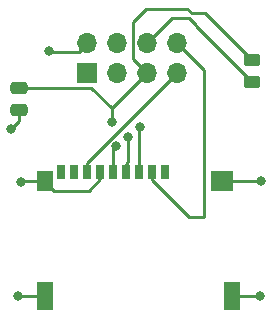
<source format=gbr>
%TF.GenerationSoftware,KiCad,Pcbnew,7.0.8*%
%TF.CreationDate,2025-03-05T08:55:57-05:00*%
%TF.ProjectId,cartridgeholder,63617274-7269-4646-9765-686f6c646572,rev?*%
%TF.SameCoordinates,Original*%
%TF.FileFunction,Copper,L1,Top*%
%TF.FilePolarity,Positive*%
%FSLAX46Y46*%
G04 Gerber Fmt 4.6, Leading zero omitted, Abs format (unit mm)*
G04 Created by KiCad (PCBNEW 7.0.8) date 2025-03-05 08:55:57*
%MOMM*%
%LPD*%
G01*
G04 APERTURE LIST*
G04 Aperture macros list*
%AMRoundRect*
0 Rectangle with rounded corners*
0 $1 Rounding radius*
0 $2 $3 $4 $5 $6 $7 $8 $9 X,Y pos of 4 corners*
0 Add a 4 corners polygon primitive as box body*
4,1,4,$2,$3,$4,$5,$6,$7,$8,$9,$2,$3,0*
0 Add four circle primitives for the rounded corners*
1,1,$1+$1,$2,$3*
1,1,$1+$1,$4,$5*
1,1,$1+$1,$6,$7*
1,1,$1+$1,$8,$9*
0 Add four rect primitives between the rounded corners*
20,1,$1+$1,$2,$3,$4,$5,0*
20,1,$1+$1,$4,$5,$6,$7,0*
20,1,$1+$1,$6,$7,$8,$9,0*
20,1,$1+$1,$8,$9,$2,$3,0*%
G04 Aperture macros list end*
%TA.AperFunction,SMDPad,CuDef*%
%ADD10RoundRect,0.250000X0.450000X-0.262500X0.450000X0.262500X-0.450000X0.262500X-0.450000X-0.262500X0*%
%TD*%
%TA.AperFunction,SMDPad,CuDef*%
%ADD11RoundRect,0.250000X-0.475000X0.250000X-0.475000X-0.250000X0.475000X-0.250000X0.475000X0.250000X0*%
%TD*%
%TA.AperFunction,SMDPad,CuDef*%
%ADD12R,0.700000X1.300000*%
%TD*%
%TA.AperFunction,SMDPad,CuDef*%
%ADD13R,1.447800X1.651000*%
%TD*%
%TA.AperFunction,SMDPad,CuDef*%
%ADD14R,1.447800X2.438400*%
%TD*%
%TA.AperFunction,SMDPad,CuDef*%
%ADD15R,1.854200X1.651000*%
%TD*%
%TA.AperFunction,ComponentPad*%
%ADD16R,1.700000X1.700000*%
%TD*%
%TA.AperFunction,ComponentPad*%
%ADD17O,1.700000X1.700000*%
%TD*%
%TA.AperFunction,ViaPad*%
%ADD18C,0.800000*%
%TD*%
%TA.AperFunction,Conductor*%
%ADD19C,0.250000*%
%TD*%
G04 APERTURE END LIST*
D10*
%TO.P,R1,1*%
%TO.N,Net-(J2-Pin_6)*%
X145870000Y-103955000D03*
%TO.P,R1,2*%
%TO.N,Net-(J2-Pin_5)*%
X145870000Y-102130000D03*
%TD*%
D11*
%TO.P,C1,1*%
%TO.N,Net-(J2-Pin_5)*%
X126160000Y-104440000D03*
%TO.P,C1,2*%
%TO.N,GND*%
X126160000Y-106340000D03*
%TD*%
D12*
%TO.P,MICRO_SD1,1,DAT2*%
%TO.N,unconnected-(MICRO_SD1-DAT2-Pad1)*%
X138568000Y-111605600D03*
%TO.P,MICRO_SD1,2,CS/DAT3*%
%TO.N,Net-(J2-Pin_8)*%
X137468000Y-111605600D03*
%TO.P,MICRO_SD1,3,CMD*%
%TO.N,Net-(J2-Pin_1)*%
X136368000Y-111605600D03*
%TO.P,MICRO_SD1,4,VDD*%
%TO.N,Net-(J2-Pin_5)*%
X135268000Y-111605600D03*
%TO.P,MICRO_SD1,5,CLK*%
%TO.N,Net-(J2-Pin_2)*%
X134168000Y-111605600D03*
%TO.P,MICRO_SD1,6,VSS*%
%TO.N,GND*%
X133068000Y-111605600D03*
%TO.P,MICRO_SD1,7,DAT0*%
%TO.N,Net-(J2-Pin_7)*%
X131968000Y-111605600D03*
%TO.P,MICRO_SD1,8,DAT1*%
%TO.N,unconnected-(MICRO_SD1-DAT1-Pad8)*%
X130868000Y-111605600D03*
%TO.P,MICRO_SD1,CD1*%
%TO.N,N/C*%
X129768000Y-111605600D03*
D13*
%TO.P,MICRO_SD1,MP1,Shield1*%
%TO.N,GND*%
X128349600Y-112379400D03*
D14*
%TO.P,MICRO_SD1,MP2,Shield2*%
X128349600Y-122079400D03*
%TO.P,MICRO_SD1,MP3,Shield3*%
X144174400Y-122079400D03*
D15*
%TO.P,MICRO_SD1,MP4,SHIELD*%
X143399400Y-112379400D03*
%TD*%
D16*
%TO.P,J2,1,Pin_1*%
%TO.N,Net-(J2-Pin_1)*%
X131960000Y-103190000D03*
D17*
%TO.P,J2,2,Pin_2*%
%TO.N,Net-(J2-Pin_2)*%
X131960000Y-100650000D03*
%TO.P,J2,3,Pin_3*%
%TO.N,GND*%
X134500000Y-103190000D03*
%TO.P,J2,4,Pin_4*%
X134500000Y-100650000D03*
%TO.P,J2,5,Pin_5*%
%TO.N,Net-(J2-Pin_5)*%
X137040000Y-103190000D03*
%TO.P,J2,6,Pin_6*%
%TO.N,Net-(J2-Pin_6)*%
X137040000Y-100650000D03*
%TO.P,J2,7,Pin_7*%
%TO.N,Net-(J2-Pin_7)*%
X139580000Y-103190000D03*
%TO.P,J2,8,Pin_8*%
%TO.N,Net-(J2-Pin_8)*%
X139580000Y-100650000D03*
%TD*%
D18*
%TO.N,GND*%
X125520000Y-107930000D03*
X146670000Y-112380000D03*
X146560000Y-122080000D03*
X126340000Y-112410000D03*
X126080000Y-122050000D03*
%TO.N,Net-(J2-Pin_5)*%
X135450000Y-108610000D03*
X134030000Y-107310000D03*
%TO.N,Net-(J2-Pin_1)*%
X136400000Y-107750000D03*
%TO.N,Net-(J2-Pin_2)*%
X134417299Y-109377299D03*
X128680000Y-101370000D03*
%TD*%
D19*
%TO.N,GND*%
X129120200Y-113150000D02*
X128349600Y-112379400D01*
X126340000Y-112410000D02*
X126370600Y-112379400D01*
X126160000Y-107290000D02*
X125520000Y-107930000D01*
X143399400Y-112379400D02*
X146669400Y-112379400D01*
X126160000Y-106340000D02*
X126160000Y-107290000D01*
X132120000Y-113150000D02*
X129120200Y-113150000D01*
X126370600Y-112379400D02*
X128349600Y-112379400D01*
X146559400Y-122079400D02*
X146560000Y-122080000D01*
X126109400Y-122079400D02*
X126080000Y-122050000D01*
X144174400Y-122079400D02*
X146559400Y-122079400D01*
X146669400Y-112379400D02*
X146670000Y-112380000D01*
X133068000Y-112202000D02*
X132120000Y-113150000D01*
X133068000Y-111605600D02*
X133068000Y-112202000D01*
X128349600Y-122079400D02*
X126109400Y-122079400D01*
%TO.N,Net-(J2-Pin_5)*%
X141890000Y-98150000D02*
X140790000Y-98150000D01*
X135860000Y-102010000D02*
X137040000Y-103190000D01*
X135860000Y-98870000D02*
X135860000Y-102010000D01*
X135268000Y-110942000D02*
X135450000Y-110760000D01*
X134030000Y-107310000D02*
X134030000Y-106200000D01*
X145870000Y-102130000D02*
X141890000Y-98150000D01*
X136950000Y-97780000D02*
X135860000Y-98870000D01*
X140420000Y-97780000D02*
X136950000Y-97780000D01*
X126160000Y-104440000D02*
X132270000Y-104440000D01*
X132270000Y-104440000D02*
X134030000Y-106200000D01*
X140790000Y-98150000D02*
X140420000Y-97780000D01*
X134030000Y-106200000D02*
X137040000Y-103190000D01*
X135268000Y-111605600D02*
X135268000Y-110942000D01*
X135450000Y-110760000D02*
X135450000Y-108610000D01*
%TO.N,Net-(J2-Pin_1)*%
X136368000Y-107782000D02*
X136368000Y-111605600D01*
X136400000Y-107750000D02*
X136368000Y-107782000D01*
%TO.N,Net-(J2-Pin_2)*%
X134417299Y-109377299D02*
X134168000Y-109626598D01*
X134168000Y-109626598D02*
X134168000Y-111605600D01*
X131220000Y-101390000D02*
X131960000Y-100650000D01*
X128700000Y-101390000D02*
X131220000Y-101390000D01*
X128680000Y-101370000D02*
X128700000Y-101390000D01*
%TO.N,Net-(J2-Pin_6)*%
X145870000Y-103955000D02*
X141130000Y-99215000D01*
X139160000Y-98530000D02*
X137040000Y-100650000D01*
X141130000Y-99126396D02*
X140533604Y-98530000D01*
X140533604Y-98530000D02*
X139160000Y-98530000D01*
X141130000Y-99215000D02*
X141130000Y-99126396D01*
%TO.N,Net-(J2-Pin_7)*%
X131968000Y-110802000D02*
X131968000Y-111605600D01*
X139580000Y-103190000D02*
X131968000Y-110802000D01*
%TO.N,Net-(J2-Pin_8)*%
X137468000Y-112255600D02*
X137468000Y-111605600D01*
X141880000Y-102950000D02*
X141880000Y-115400000D01*
X141880000Y-115400000D02*
X140612400Y-115400000D01*
X139580000Y-100650000D02*
X141880000Y-102950000D01*
X140612400Y-115400000D02*
X137468000Y-112255600D01*
%TD*%
M02*

</source>
